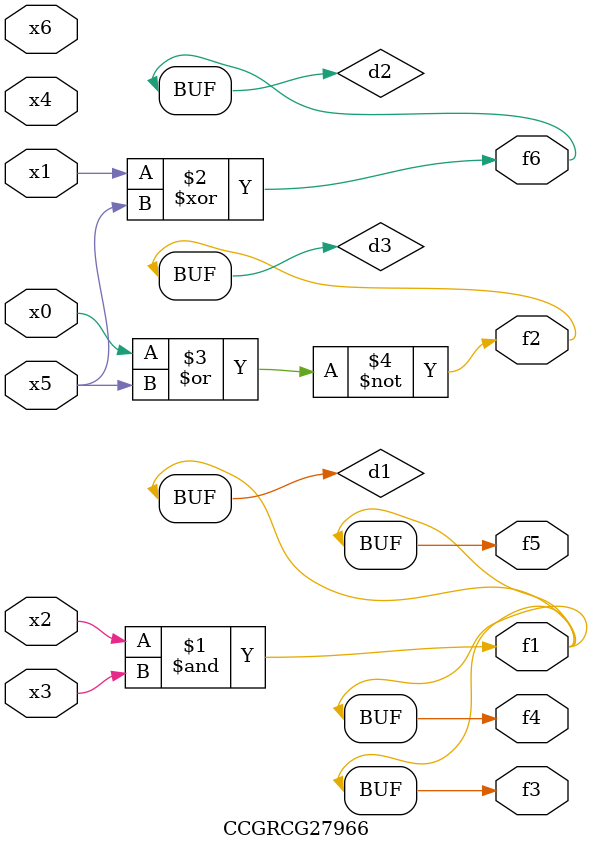
<source format=v>
module CCGRCG27966(
	input x0, x1, x2, x3, x4, x5, x6,
	output f1, f2, f3, f4, f5, f6
);

	wire d1, d2, d3;

	and (d1, x2, x3);
	xor (d2, x1, x5);
	nor (d3, x0, x5);
	assign f1 = d1;
	assign f2 = d3;
	assign f3 = d1;
	assign f4 = d1;
	assign f5 = d1;
	assign f6 = d2;
endmodule

</source>
